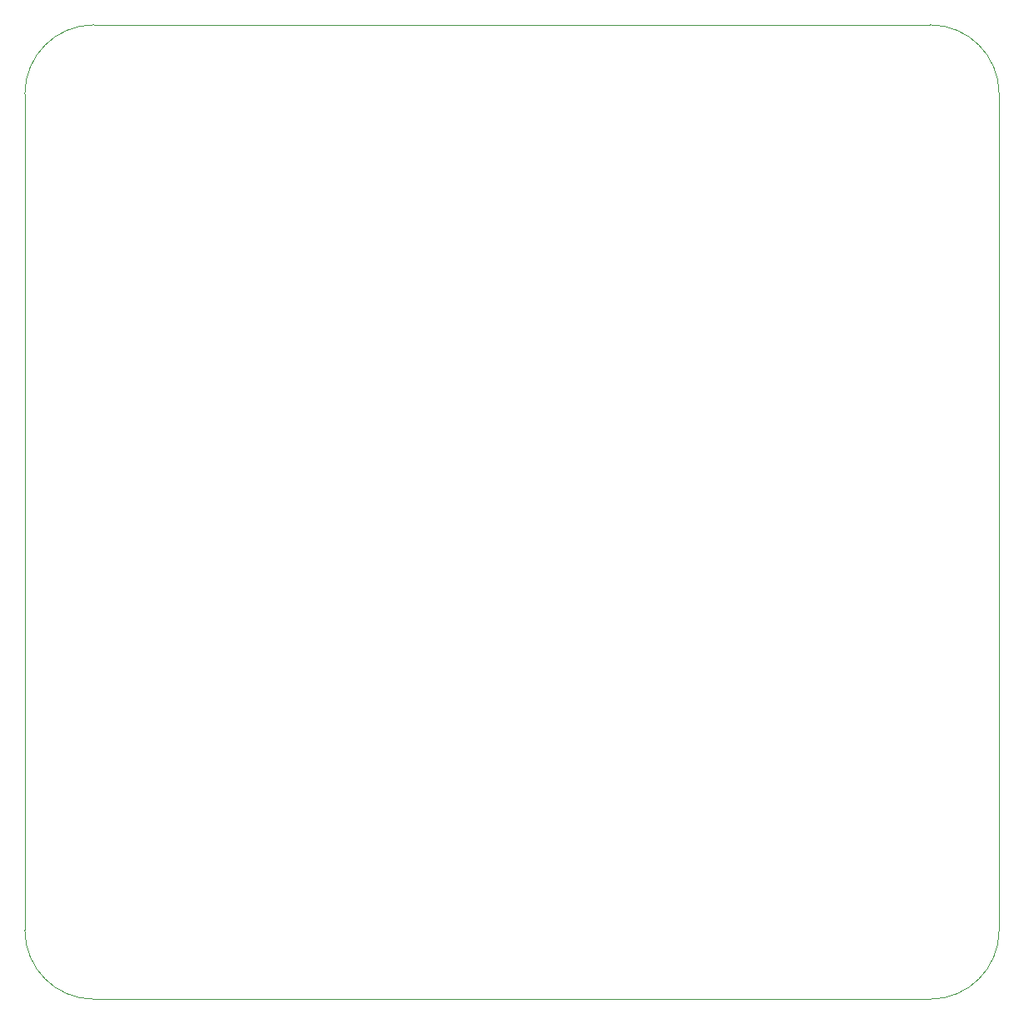
<source format=gm1>
G04 #@! TF.GenerationSoftware,KiCad,Pcbnew,7.0.7+dfsg-1*
G04 #@! TF.CreationDate,2024-09-08T18:38:53+02:00*
G04 #@! TF.ProjectId,evo-cube-pulseboard,65766f2d-6375-4626-952d-70756c736562,rev?*
G04 #@! TF.SameCoordinates,Original*
G04 #@! TF.FileFunction,Profile,NP*
%FSLAX46Y46*%
G04 Gerber Fmt 4.6, Leading zero omitted, Abs format (unit mm)*
G04 Created by KiCad (PCBNEW 7.0.7+dfsg-1) date 2024-09-08 18:38:53*
%MOMM*%
%LPD*%
G01*
G04 APERTURE LIST*
G04 #@! TA.AperFunction,Profile*
%ADD10C,0.100000*%
G04 #@! TD*
G04 APERTURE END LIST*
D10*
X121600000Y-67056000D02*
X121600000Y-117000000D01*
X22600000Y-117000000D02*
X22600000Y-32000000D01*
X29600000Y-25000000D02*
G75*
G03*
X22600000Y-32000000I0J-7000000D01*
G01*
X114600000Y-124000000D02*
G75*
G03*
X121600000Y-117000000I0J7000000D01*
G01*
X29600000Y-25000000D02*
X114600000Y-25000000D01*
X121600000Y-32000000D02*
X121600000Y-67056000D01*
X121600000Y-32000000D02*
G75*
G03*
X114600000Y-25000000I-7000000J0D01*
G01*
X22600000Y-117000000D02*
G75*
G03*
X29600000Y-124000000I7000000J0D01*
G01*
X114600000Y-124000000D02*
X29600000Y-124000000D01*
M02*

</source>
